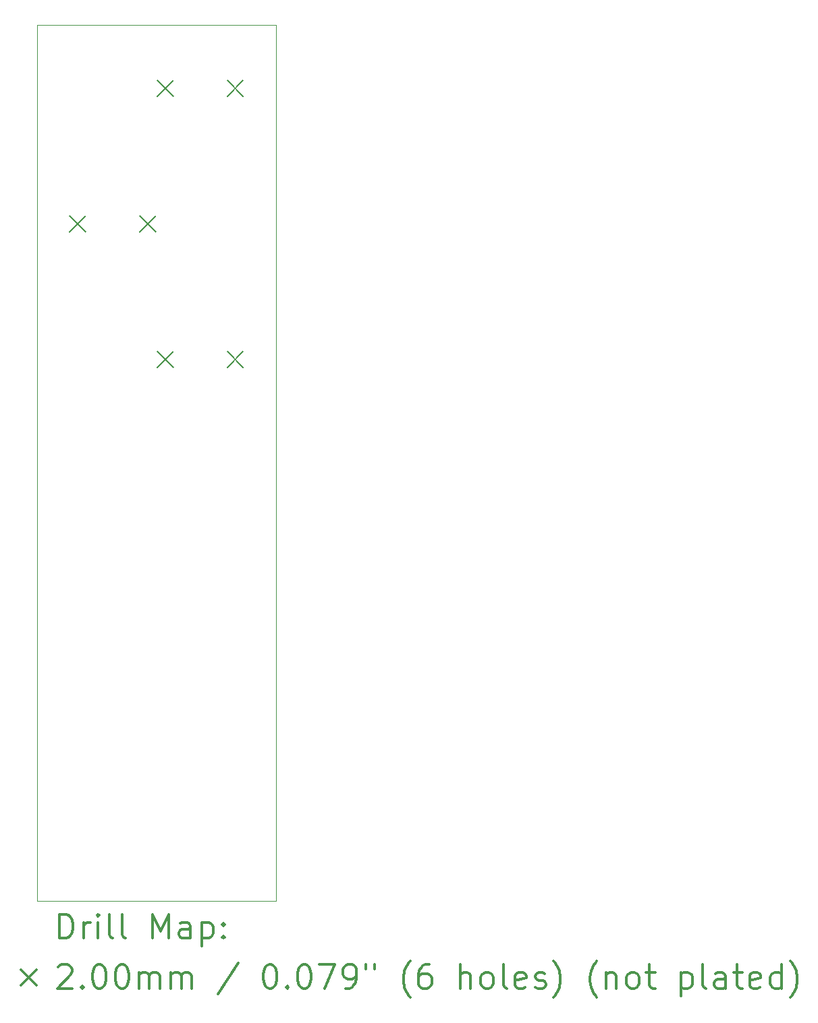
<source format=gbr>
%FSLAX45Y45*%
G04 Gerber Fmt 4.5, Leading zero omitted, Abs format (unit mm)*
G04 Created by KiCad (PCBNEW (5.1.9)-1) date 2021-10-16 13:12:14*
%MOMM*%
%LPD*%
G01*
G04 APERTURE LIST*
%TA.AperFunction,Profile*%
%ADD10C,0.050000*%
%TD*%
%ADD11C,0.200000*%
%ADD12C,0.300000*%
G04 APERTURE END LIST*
D10*
X6000000Y-3100000D02*
X6000000Y-14100000D01*
X3000000Y-14100000D02*
X6000000Y-14100000D01*
X3000000Y-3100000D02*
X6000000Y-3100000D01*
X3000000Y-3100000D02*
X3000000Y-14100000D01*
D11*
X3410000Y-5500000D02*
X3610000Y-5700000D01*
X3610000Y-5500000D02*
X3410000Y-5700000D01*
X4290000Y-5500000D02*
X4490000Y-5700000D01*
X4490000Y-5500000D02*
X4290000Y-5700000D01*
X4510000Y-3800000D02*
X4710000Y-4000000D01*
X4710000Y-3800000D02*
X4510000Y-4000000D01*
X4510000Y-7200000D02*
X4710000Y-7400000D01*
X4710000Y-7200000D02*
X4510000Y-7400000D01*
X5390000Y-3800000D02*
X5590000Y-4000000D01*
X5590000Y-3800000D02*
X5390000Y-4000000D01*
X5390000Y-7200000D02*
X5590000Y-7400000D01*
X5590000Y-7200000D02*
X5390000Y-7400000D01*
D12*
X3283928Y-14568214D02*
X3283928Y-14268214D01*
X3355357Y-14268214D01*
X3398214Y-14282500D01*
X3426786Y-14311071D01*
X3441071Y-14339643D01*
X3455357Y-14396786D01*
X3455357Y-14439643D01*
X3441071Y-14496786D01*
X3426786Y-14525357D01*
X3398214Y-14553929D01*
X3355357Y-14568214D01*
X3283928Y-14568214D01*
X3583928Y-14568214D02*
X3583928Y-14368214D01*
X3583928Y-14425357D02*
X3598214Y-14396786D01*
X3612500Y-14382500D01*
X3641071Y-14368214D01*
X3669643Y-14368214D01*
X3769643Y-14568214D02*
X3769643Y-14368214D01*
X3769643Y-14268214D02*
X3755357Y-14282500D01*
X3769643Y-14296786D01*
X3783928Y-14282500D01*
X3769643Y-14268214D01*
X3769643Y-14296786D01*
X3955357Y-14568214D02*
X3926786Y-14553929D01*
X3912500Y-14525357D01*
X3912500Y-14268214D01*
X4112500Y-14568214D02*
X4083928Y-14553929D01*
X4069643Y-14525357D01*
X4069643Y-14268214D01*
X4455357Y-14568214D02*
X4455357Y-14268214D01*
X4555357Y-14482500D01*
X4655357Y-14268214D01*
X4655357Y-14568214D01*
X4926786Y-14568214D02*
X4926786Y-14411071D01*
X4912500Y-14382500D01*
X4883928Y-14368214D01*
X4826786Y-14368214D01*
X4798214Y-14382500D01*
X4926786Y-14553929D02*
X4898214Y-14568214D01*
X4826786Y-14568214D01*
X4798214Y-14553929D01*
X4783928Y-14525357D01*
X4783928Y-14496786D01*
X4798214Y-14468214D01*
X4826786Y-14453929D01*
X4898214Y-14453929D01*
X4926786Y-14439643D01*
X5069643Y-14368214D02*
X5069643Y-14668214D01*
X5069643Y-14382500D02*
X5098214Y-14368214D01*
X5155357Y-14368214D01*
X5183928Y-14382500D01*
X5198214Y-14396786D01*
X5212500Y-14425357D01*
X5212500Y-14511071D01*
X5198214Y-14539643D01*
X5183928Y-14553929D01*
X5155357Y-14568214D01*
X5098214Y-14568214D01*
X5069643Y-14553929D01*
X5341071Y-14539643D02*
X5355357Y-14553929D01*
X5341071Y-14568214D01*
X5326786Y-14553929D01*
X5341071Y-14539643D01*
X5341071Y-14568214D01*
X5341071Y-14382500D02*
X5355357Y-14396786D01*
X5341071Y-14411071D01*
X5326786Y-14396786D01*
X5341071Y-14382500D01*
X5341071Y-14411071D01*
X2797500Y-14962500D02*
X2997500Y-15162500D01*
X2997500Y-14962500D02*
X2797500Y-15162500D01*
X3269643Y-14926786D02*
X3283928Y-14912500D01*
X3312500Y-14898214D01*
X3383928Y-14898214D01*
X3412500Y-14912500D01*
X3426786Y-14926786D01*
X3441071Y-14955357D01*
X3441071Y-14983929D01*
X3426786Y-15026786D01*
X3255357Y-15198214D01*
X3441071Y-15198214D01*
X3569643Y-15169643D02*
X3583928Y-15183929D01*
X3569643Y-15198214D01*
X3555357Y-15183929D01*
X3569643Y-15169643D01*
X3569643Y-15198214D01*
X3769643Y-14898214D02*
X3798214Y-14898214D01*
X3826786Y-14912500D01*
X3841071Y-14926786D01*
X3855357Y-14955357D01*
X3869643Y-15012500D01*
X3869643Y-15083929D01*
X3855357Y-15141071D01*
X3841071Y-15169643D01*
X3826786Y-15183929D01*
X3798214Y-15198214D01*
X3769643Y-15198214D01*
X3741071Y-15183929D01*
X3726786Y-15169643D01*
X3712500Y-15141071D01*
X3698214Y-15083929D01*
X3698214Y-15012500D01*
X3712500Y-14955357D01*
X3726786Y-14926786D01*
X3741071Y-14912500D01*
X3769643Y-14898214D01*
X4055357Y-14898214D02*
X4083928Y-14898214D01*
X4112500Y-14912500D01*
X4126786Y-14926786D01*
X4141071Y-14955357D01*
X4155357Y-15012500D01*
X4155357Y-15083929D01*
X4141071Y-15141071D01*
X4126786Y-15169643D01*
X4112500Y-15183929D01*
X4083928Y-15198214D01*
X4055357Y-15198214D01*
X4026786Y-15183929D01*
X4012500Y-15169643D01*
X3998214Y-15141071D01*
X3983928Y-15083929D01*
X3983928Y-15012500D01*
X3998214Y-14955357D01*
X4012500Y-14926786D01*
X4026786Y-14912500D01*
X4055357Y-14898214D01*
X4283928Y-15198214D02*
X4283928Y-14998214D01*
X4283928Y-15026786D02*
X4298214Y-15012500D01*
X4326786Y-14998214D01*
X4369643Y-14998214D01*
X4398214Y-15012500D01*
X4412500Y-15041071D01*
X4412500Y-15198214D01*
X4412500Y-15041071D02*
X4426786Y-15012500D01*
X4455357Y-14998214D01*
X4498214Y-14998214D01*
X4526786Y-15012500D01*
X4541071Y-15041071D01*
X4541071Y-15198214D01*
X4683928Y-15198214D02*
X4683928Y-14998214D01*
X4683928Y-15026786D02*
X4698214Y-15012500D01*
X4726786Y-14998214D01*
X4769643Y-14998214D01*
X4798214Y-15012500D01*
X4812500Y-15041071D01*
X4812500Y-15198214D01*
X4812500Y-15041071D02*
X4826786Y-15012500D01*
X4855357Y-14998214D01*
X4898214Y-14998214D01*
X4926786Y-15012500D01*
X4941071Y-15041071D01*
X4941071Y-15198214D01*
X5526786Y-14883929D02*
X5269643Y-15269643D01*
X5912500Y-14898214D02*
X5941071Y-14898214D01*
X5969643Y-14912500D01*
X5983928Y-14926786D01*
X5998214Y-14955357D01*
X6012500Y-15012500D01*
X6012500Y-15083929D01*
X5998214Y-15141071D01*
X5983928Y-15169643D01*
X5969643Y-15183929D01*
X5941071Y-15198214D01*
X5912500Y-15198214D01*
X5883928Y-15183929D01*
X5869643Y-15169643D01*
X5855357Y-15141071D01*
X5841071Y-15083929D01*
X5841071Y-15012500D01*
X5855357Y-14955357D01*
X5869643Y-14926786D01*
X5883928Y-14912500D01*
X5912500Y-14898214D01*
X6141071Y-15169643D02*
X6155357Y-15183929D01*
X6141071Y-15198214D01*
X6126786Y-15183929D01*
X6141071Y-15169643D01*
X6141071Y-15198214D01*
X6341071Y-14898214D02*
X6369643Y-14898214D01*
X6398214Y-14912500D01*
X6412500Y-14926786D01*
X6426786Y-14955357D01*
X6441071Y-15012500D01*
X6441071Y-15083929D01*
X6426786Y-15141071D01*
X6412500Y-15169643D01*
X6398214Y-15183929D01*
X6369643Y-15198214D01*
X6341071Y-15198214D01*
X6312500Y-15183929D01*
X6298214Y-15169643D01*
X6283928Y-15141071D01*
X6269643Y-15083929D01*
X6269643Y-15012500D01*
X6283928Y-14955357D01*
X6298214Y-14926786D01*
X6312500Y-14912500D01*
X6341071Y-14898214D01*
X6541071Y-14898214D02*
X6741071Y-14898214D01*
X6612500Y-15198214D01*
X6869643Y-15198214D02*
X6926786Y-15198214D01*
X6955357Y-15183929D01*
X6969643Y-15169643D01*
X6998214Y-15126786D01*
X7012500Y-15069643D01*
X7012500Y-14955357D01*
X6998214Y-14926786D01*
X6983928Y-14912500D01*
X6955357Y-14898214D01*
X6898214Y-14898214D01*
X6869643Y-14912500D01*
X6855357Y-14926786D01*
X6841071Y-14955357D01*
X6841071Y-15026786D01*
X6855357Y-15055357D01*
X6869643Y-15069643D01*
X6898214Y-15083929D01*
X6955357Y-15083929D01*
X6983928Y-15069643D01*
X6998214Y-15055357D01*
X7012500Y-15026786D01*
X7126786Y-14898214D02*
X7126786Y-14955357D01*
X7241071Y-14898214D02*
X7241071Y-14955357D01*
X7683928Y-15312500D02*
X7669643Y-15298214D01*
X7641071Y-15255357D01*
X7626786Y-15226786D01*
X7612500Y-15183929D01*
X7598214Y-15112500D01*
X7598214Y-15055357D01*
X7612500Y-14983929D01*
X7626786Y-14941071D01*
X7641071Y-14912500D01*
X7669643Y-14869643D01*
X7683928Y-14855357D01*
X7926786Y-14898214D02*
X7869643Y-14898214D01*
X7841071Y-14912500D01*
X7826786Y-14926786D01*
X7798214Y-14969643D01*
X7783928Y-15026786D01*
X7783928Y-15141071D01*
X7798214Y-15169643D01*
X7812500Y-15183929D01*
X7841071Y-15198214D01*
X7898214Y-15198214D01*
X7926786Y-15183929D01*
X7941071Y-15169643D01*
X7955357Y-15141071D01*
X7955357Y-15069643D01*
X7941071Y-15041071D01*
X7926786Y-15026786D01*
X7898214Y-15012500D01*
X7841071Y-15012500D01*
X7812500Y-15026786D01*
X7798214Y-15041071D01*
X7783928Y-15069643D01*
X8312500Y-15198214D02*
X8312500Y-14898214D01*
X8441071Y-15198214D02*
X8441071Y-15041071D01*
X8426786Y-15012500D01*
X8398214Y-14998214D01*
X8355357Y-14998214D01*
X8326786Y-15012500D01*
X8312500Y-15026786D01*
X8626786Y-15198214D02*
X8598214Y-15183929D01*
X8583928Y-15169643D01*
X8569643Y-15141071D01*
X8569643Y-15055357D01*
X8583928Y-15026786D01*
X8598214Y-15012500D01*
X8626786Y-14998214D01*
X8669643Y-14998214D01*
X8698214Y-15012500D01*
X8712500Y-15026786D01*
X8726786Y-15055357D01*
X8726786Y-15141071D01*
X8712500Y-15169643D01*
X8698214Y-15183929D01*
X8669643Y-15198214D01*
X8626786Y-15198214D01*
X8898214Y-15198214D02*
X8869643Y-15183929D01*
X8855357Y-15155357D01*
X8855357Y-14898214D01*
X9126786Y-15183929D02*
X9098214Y-15198214D01*
X9041071Y-15198214D01*
X9012500Y-15183929D01*
X8998214Y-15155357D01*
X8998214Y-15041071D01*
X9012500Y-15012500D01*
X9041071Y-14998214D01*
X9098214Y-14998214D01*
X9126786Y-15012500D01*
X9141071Y-15041071D01*
X9141071Y-15069643D01*
X8998214Y-15098214D01*
X9255357Y-15183929D02*
X9283928Y-15198214D01*
X9341071Y-15198214D01*
X9369643Y-15183929D01*
X9383928Y-15155357D01*
X9383928Y-15141071D01*
X9369643Y-15112500D01*
X9341071Y-15098214D01*
X9298214Y-15098214D01*
X9269643Y-15083929D01*
X9255357Y-15055357D01*
X9255357Y-15041071D01*
X9269643Y-15012500D01*
X9298214Y-14998214D01*
X9341071Y-14998214D01*
X9369643Y-15012500D01*
X9483928Y-15312500D02*
X9498214Y-15298214D01*
X9526786Y-15255357D01*
X9541071Y-15226786D01*
X9555357Y-15183929D01*
X9569643Y-15112500D01*
X9569643Y-15055357D01*
X9555357Y-14983929D01*
X9541071Y-14941071D01*
X9526786Y-14912500D01*
X9498214Y-14869643D01*
X9483928Y-14855357D01*
X10026786Y-15312500D02*
X10012500Y-15298214D01*
X9983928Y-15255357D01*
X9969643Y-15226786D01*
X9955357Y-15183929D01*
X9941071Y-15112500D01*
X9941071Y-15055357D01*
X9955357Y-14983929D01*
X9969643Y-14941071D01*
X9983928Y-14912500D01*
X10012500Y-14869643D01*
X10026786Y-14855357D01*
X10141071Y-14998214D02*
X10141071Y-15198214D01*
X10141071Y-15026786D02*
X10155357Y-15012500D01*
X10183928Y-14998214D01*
X10226786Y-14998214D01*
X10255357Y-15012500D01*
X10269643Y-15041071D01*
X10269643Y-15198214D01*
X10455357Y-15198214D02*
X10426786Y-15183929D01*
X10412500Y-15169643D01*
X10398214Y-15141071D01*
X10398214Y-15055357D01*
X10412500Y-15026786D01*
X10426786Y-15012500D01*
X10455357Y-14998214D01*
X10498214Y-14998214D01*
X10526786Y-15012500D01*
X10541071Y-15026786D01*
X10555357Y-15055357D01*
X10555357Y-15141071D01*
X10541071Y-15169643D01*
X10526786Y-15183929D01*
X10498214Y-15198214D01*
X10455357Y-15198214D01*
X10641071Y-14998214D02*
X10755357Y-14998214D01*
X10683928Y-14898214D02*
X10683928Y-15155357D01*
X10698214Y-15183929D01*
X10726786Y-15198214D01*
X10755357Y-15198214D01*
X11083928Y-14998214D02*
X11083928Y-15298214D01*
X11083928Y-15012500D02*
X11112500Y-14998214D01*
X11169643Y-14998214D01*
X11198214Y-15012500D01*
X11212500Y-15026786D01*
X11226786Y-15055357D01*
X11226786Y-15141071D01*
X11212500Y-15169643D01*
X11198214Y-15183929D01*
X11169643Y-15198214D01*
X11112500Y-15198214D01*
X11083928Y-15183929D01*
X11398214Y-15198214D02*
X11369643Y-15183929D01*
X11355357Y-15155357D01*
X11355357Y-14898214D01*
X11641071Y-15198214D02*
X11641071Y-15041071D01*
X11626786Y-15012500D01*
X11598214Y-14998214D01*
X11541071Y-14998214D01*
X11512500Y-15012500D01*
X11641071Y-15183929D02*
X11612500Y-15198214D01*
X11541071Y-15198214D01*
X11512500Y-15183929D01*
X11498214Y-15155357D01*
X11498214Y-15126786D01*
X11512500Y-15098214D01*
X11541071Y-15083929D01*
X11612500Y-15083929D01*
X11641071Y-15069643D01*
X11741071Y-14998214D02*
X11855357Y-14998214D01*
X11783928Y-14898214D02*
X11783928Y-15155357D01*
X11798214Y-15183929D01*
X11826786Y-15198214D01*
X11855357Y-15198214D01*
X12069643Y-15183929D02*
X12041071Y-15198214D01*
X11983928Y-15198214D01*
X11955357Y-15183929D01*
X11941071Y-15155357D01*
X11941071Y-15041071D01*
X11955357Y-15012500D01*
X11983928Y-14998214D01*
X12041071Y-14998214D01*
X12069643Y-15012500D01*
X12083928Y-15041071D01*
X12083928Y-15069643D01*
X11941071Y-15098214D01*
X12341071Y-15198214D02*
X12341071Y-14898214D01*
X12341071Y-15183929D02*
X12312500Y-15198214D01*
X12255357Y-15198214D01*
X12226786Y-15183929D01*
X12212500Y-15169643D01*
X12198214Y-15141071D01*
X12198214Y-15055357D01*
X12212500Y-15026786D01*
X12226786Y-15012500D01*
X12255357Y-14998214D01*
X12312500Y-14998214D01*
X12341071Y-15012500D01*
X12455357Y-15312500D02*
X12469643Y-15298214D01*
X12498214Y-15255357D01*
X12512500Y-15226786D01*
X12526786Y-15183929D01*
X12541071Y-15112500D01*
X12541071Y-15055357D01*
X12526786Y-14983929D01*
X12512500Y-14941071D01*
X12498214Y-14912500D01*
X12469643Y-14869643D01*
X12455357Y-14855357D01*
M02*

</source>
